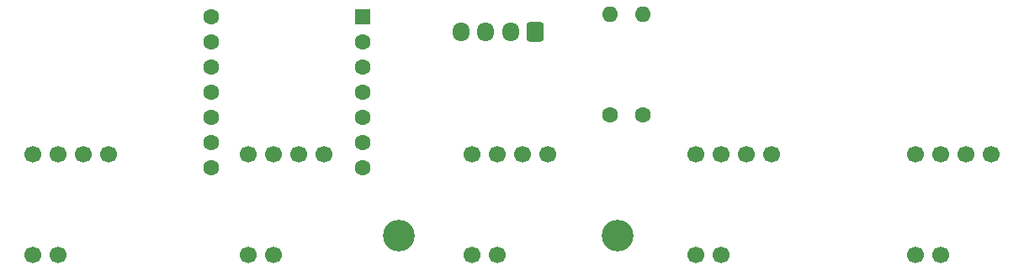
<source format=gbr>
%TF.GenerationSoftware,KiCad,Pcbnew,7.0.9*%
%TF.CreationDate,2025-01-19T15:35:17+09:00*%
%TF.ProjectId,03-FRONT,30332d46-524f-44e5-942e-6b696361645f,rev?*%
%TF.SameCoordinates,Original*%
%TF.FileFunction,Soldermask,Bot*%
%TF.FilePolarity,Negative*%
%FSLAX46Y46*%
G04 Gerber Fmt 4.6, Leading zero omitted, Abs format (unit mm)*
G04 Created by KiCad (PCBNEW 7.0.9) date 2025-01-19 15:35:17*
%MOMM*%
%LPD*%
G01*
G04 APERTURE LIST*
G04 Aperture macros list*
%AMRoundRect*
0 Rectangle with rounded corners*
0 $1 Rounding radius*
0 $2 $3 $4 $5 $6 $7 $8 $9 X,Y pos of 4 corners*
0 Add a 4 corners polygon primitive as box body*
4,1,4,$2,$3,$4,$5,$6,$7,$8,$9,$2,$3,0*
0 Add four circle primitives for the rounded corners*
1,1,$1+$1,$2,$3*
1,1,$1+$1,$4,$5*
1,1,$1+$1,$6,$7*
1,1,$1+$1,$8,$9*
0 Add four rect primitives between the rounded corners*
20,1,$1+$1,$2,$3,$4,$5,0*
20,1,$1+$1,$4,$5,$6,$7,0*
20,1,$1+$1,$6,$7,$8,$9,0*
20,1,$1+$1,$8,$9,$2,$3,0*%
G04 Aperture macros list end*
%ADD10C,3.200000*%
%ADD11C,1.700000*%
%ADD12C,1.600000*%
%ADD13O,1.600000X1.600000*%
%ADD14RoundRect,0.250000X0.600000X0.725000X-0.600000X0.725000X-0.600000X-0.725000X0.600000X-0.725000X0*%
%ADD15O,1.700000X1.950000*%
%ADD16R,1.600000X1.600000*%
G04 APERTURE END LIST*
D10*
%TO.C,H2*%
X90000000Y-95000000D03*
%TD*%
D11*
%TO.C,U5*%
X149620000Y-86840000D03*
X147080000Y-86840000D03*
X144540000Y-86840000D03*
X142000000Y-86840000D03*
X144540000Y-97000000D03*
X142000000Y-97000000D03*
%TD*%
%TO.C,U2*%
X82500000Y-86840000D03*
X79960000Y-86840000D03*
X77420000Y-86840000D03*
X74880000Y-86840000D03*
X77420000Y-97000000D03*
X74880000Y-97000000D03*
%TD*%
D10*
%TO.C,H1*%
X112000000Y-95000000D03*
%TD*%
D11*
%TO.C,U4*%
X127500000Y-86840000D03*
X124960000Y-86840000D03*
X122420000Y-86840000D03*
X119880000Y-86840000D03*
X122420000Y-97000000D03*
X119880000Y-97000000D03*
%TD*%
%TO.C,U3*%
X105000000Y-86840000D03*
X102460000Y-86840000D03*
X99920000Y-86840000D03*
X97380000Y-86840000D03*
X99920000Y-97000000D03*
X97380000Y-97000000D03*
%TD*%
%TO.C,U1*%
X60810000Y-86840000D03*
X58270000Y-86840000D03*
X55730000Y-86840000D03*
X53190000Y-86840000D03*
X55730000Y-97000000D03*
X53190000Y-97000000D03*
%TD*%
D12*
%TO.C,R1*%
X114554000Y-82804000D03*
D13*
X114554000Y-72644000D03*
%TD*%
D14*
%TO.C,J1*%
X103750000Y-74475000D03*
D15*
X101250000Y-74475000D03*
X98750000Y-74475000D03*
X96250000Y-74475000D03*
%TD*%
D12*
%TO.C,R2*%
X111252000Y-82804000D03*
D13*
X111252000Y-72644000D03*
%TD*%
D16*
%TO.C,U6*%
X86360000Y-72898000D03*
D12*
X86360000Y-75438000D03*
X86360000Y-77978000D03*
X86360000Y-80518000D03*
X86360000Y-83058000D03*
X86360000Y-85598000D03*
X86360000Y-88138000D03*
X71120000Y-88138000D03*
X71120000Y-85598000D03*
X71120000Y-83058000D03*
X71120000Y-80518000D03*
X71120000Y-77978000D03*
X71120000Y-75438000D03*
X71120000Y-72898000D03*
%TD*%
M02*

</source>
